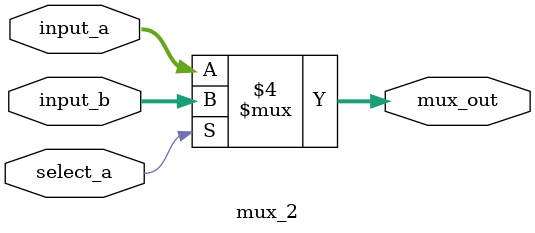
<source format=v>
module mux_2 
  #(
   parameter integer DATA_W = 16
   )(
      input  wire [DATA_W-1:0] input_a,
      input  wire [DATA_W-1:0] input_b,
      input  wire              select_a,
      output reg  [DATA_W-1:0] mux_out
   );

   always@(*)begin
      if(select_a == 1'b1)begin
         mux_out = input_b;
      end else begin
         mux_out = input_a;
      end
   end
endmodule


</source>
